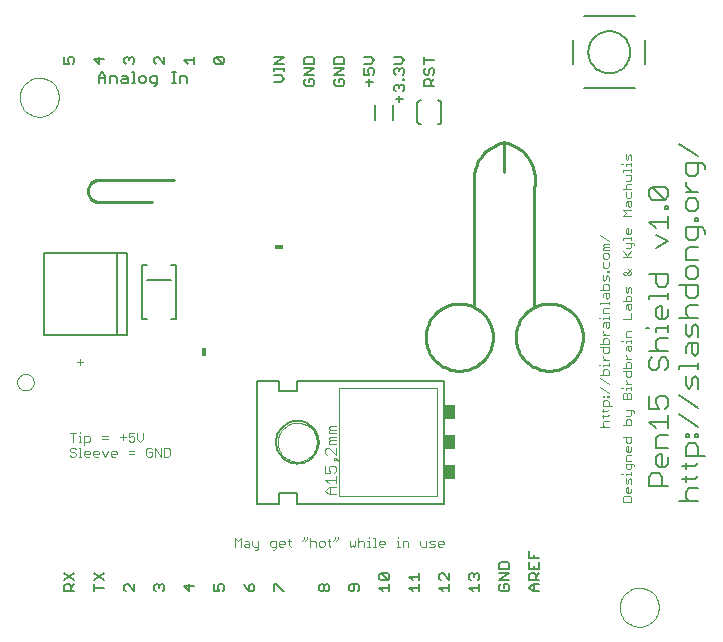
<source format=gto>
G75*
G70*
%OFA0B0*%
%FSLAX24Y24*%
%IPPOS*%
%LPD*%
%AMOC8*
5,1,8,0,0,1.08239X$1,22.5*
%
%ADD10C,0.0100*%
%ADD11C,0.0060*%
%ADD12C,0.0030*%
%ADD13C,0.0000*%
%ADD14C,0.0080*%
%ADD15C,0.0020*%
%ADD16C,0.0040*%
%ADD17R,0.0350X0.0500*%
%ADD18R,0.0180X0.0300*%
%ADD19R,0.0300X0.0180*%
D10*
X014043Y010504D02*
X014045Y010570D01*
X014051Y010636D01*
X014061Y010702D01*
X014074Y010767D01*
X014092Y010831D01*
X014113Y010893D01*
X014138Y010955D01*
X014166Y011015D01*
X014198Y011073D01*
X014234Y011129D01*
X014272Y011182D01*
X014314Y011234D01*
X014359Y011283D01*
X014406Y011329D01*
X014457Y011372D01*
X014509Y011412D01*
X014564Y011449D01*
X014621Y011483D01*
X014680Y011513D01*
X014741Y011540D01*
X014803Y011563D01*
X014866Y011582D01*
X014931Y011598D01*
X014996Y011610D01*
X015062Y011618D01*
X015128Y011622D01*
X015194Y011622D01*
X015260Y011618D01*
X015326Y011610D01*
X015391Y011598D01*
X015456Y011582D01*
X015519Y011563D01*
X015581Y011540D01*
X015642Y011513D01*
X015701Y011483D01*
X015758Y011449D01*
X015813Y011412D01*
X015865Y011372D01*
X015916Y011329D01*
X015963Y011283D01*
X016008Y011234D01*
X016050Y011182D01*
X016088Y011129D01*
X016124Y011073D01*
X016156Y011015D01*
X016184Y010955D01*
X016209Y010893D01*
X016230Y010831D01*
X016248Y010767D01*
X016261Y010702D01*
X016271Y010636D01*
X016277Y010570D01*
X016279Y010504D01*
X016277Y010438D01*
X016271Y010372D01*
X016261Y010306D01*
X016248Y010241D01*
X016230Y010177D01*
X016209Y010115D01*
X016184Y010053D01*
X016156Y009993D01*
X016124Y009935D01*
X016088Y009879D01*
X016050Y009826D01*
X016008Y009774D01*
X015963Y009725D01*
X015916Y009679D01*
X015865Y009636D01*
X015813Y009596D01*
X015758Y009559D01*
X015701Y009525D01*
X015642Y009495D01*
X015581Y009468D01*
X015519Y009445D01*
X015456Y009426D01*
X015391Y009410D01*
X015326Y009398D01*
X015260Y009390D01*
X015194Y009386D01*
X015128Y009386D01*
X015062Y009390D01*
X014996Y009398D01*
X014931Y009410D01*
X014866Y009426D01*
X014803Y009445D01*
X014741Y009468D01*
X014680Y009495D01*
X014621Y009525D01*
X014564Y009559D01*
X014509Y009596D01*
X014457Y009636D01*
X014406Y009679D01*
X014359Y009725D01*
X014314Y009774D01*
X014272Y009826D01*
X014234Y009879D01*
X014198Y009935D01*
X014166Y009993D01*
X014138Y010053D01*
X014113Y010115D01*
X014092Y010177D01*
X014074Y010241D01*
X014061Y010306D01*
X014051Y010372D01*
X014045Y010438D01*
X014043Y010504D01*
X015661Y011504D02*
X015661Y015504D01*
X016661Y017004D02*
X016728Y016989D01*
X016795Y016970D01*
X016860Y016947D01*
X016924Y016921D01*
X016986Y016892D01*
X017047Y016859D01*
X017106Y016823D01*
X017163Y016784D01*
X017218Y016741D01*
X017270Y016696D01*
X017320Y016648D01*
X017367Y016598D01*
X017411Y016545D01*
X017452Y016490D01*
X017491Y016432D01*
X017526Y016373D01*
X017558Y016312D01*
X017586Y016249D01*
X017611Y016184D01*
X017633Y016119D01*
X017651Y016052D01*
X017665Y015985D01*
X017676Y015916D01*
X017683Y015848D01*
X017686Y015779D01*
X017685Y015710D01*
X017681Y015641D01*
X017673Y015572D01*
X017661Y015504D01*
X017661Y011504D01*
X017043Y010504D02*
X017045Y010570D01*
X017051Y010636D01*
X017061Y010702D01*
X017074Y010767D01*
X017092Y010831D01*
X017113Y010893D01*
X017138Y010955D01*
X017166Y011015D01*
X017198Y011073D01*
X017234Y011129D01*
X017272Y011182D01*
X017314Y011234D01*
X017359Y011283D01*
X017406Y011329D01*
X017457Y011372D01*
X017509Y011412D01*
X017564Y011449D01*
X017621Y011483D01*
X017680Y011513D01*
X017741Y011540D01*
X017803Y011563D01*
X017866Y011582D01*
X017931Y011598D01*
X017996Y011610D01*
X018062Y011618D01*
X018128Y011622D01*
X018194Y011622D01*
X018260Y011618D01*
X018326Y011610D01*
X018391Y011598D01*
X018456Y011582D01*
X018519Y011563D01*
X018581Y011540D01*
X018642Y011513D01*
X018701Y011483D01*
X018758Y011449D01*
X018813Y011412D01*
X018865Y011372D01*
X018916Y011329D01*
X018963Y011283D01*
X019008Y011234D01*
X019050Y011182D01*
X019088Y011129D01*
X019124Y011073D01*
X019156Y011015D01*
X019184Y010955D01*
X019209Y010893D01*
X019230Y010831D01*
X019248Y010767D01*
X019261Y010702D01*
X019271Y010636D01*
X019277Y010570D01*
X019279Y010504D01*
X019277Y010438D01*
X019271Y010372D01*
X019261Y010306D01*
X019248Y010241D01*
X019230Y010177D01*
X019209Y010115D01*
X019184Y010053D01*
X019156Y009993D01*
X019124Y009935D01*
X019088Y009879D01*
X019050Y009826D01*
X019008Y009774D01*
X018963Y009725D01*
X018916Y009679D01*
X018865Y009636D01*
X018813Y009596D01*
X018758Y009559D01*
X018701Y009525D01*
X018642Y009495D01*
X018581Y009468D01*
X018519Y009445D01*
X018456Y009426D01*
X018391Y009410D01*
X018326Y009398D01*
X018260Y009390D01*
X018194Y009386D01*
X018128Y009386D01*
X018062Y009390D01*
X017996Y009398D01*
X017931Y009410D01*
X017866Y009426D01*
X017803Y009445D01*
X017741Y009468D01*
X017680Y009495D01*
X017621Y009525D01*
X017564Y009559D01*
X017509Y009596D01*
X017457Y009636D01*
X017406Y009679D01*
X017359Y009725D01*
X017314Y009774D01*
X017272Y009826D01*
X017234Y009879D01*
X017198Y009935D01*
X017166Y009993D01*
X017138Y010053D01*
X017113Y010115D01*
X017092Y010177D01*
X017074Y010241D01*
X017061Y010306D01*
X017051Y010372D01*
X017045Y010438D01*
X017043Y010504D01*
X015661Y015504D02*
X015649Y015572D01*
X015641Y015641D01*
X015637Y015710D01*
X015636Y015779D01*
X015639Y015848D01*
X015646Y015916D01*
X015657Y015985D01*
X015671Y016052D01*
X015689Y016119D01*
X015711Y016184D01*
X015736Y016249D01*
X015764Y016312D01*
X015796Y016373D01*
X015831Y016432D01*
X015870Y016490D01*
X015911Y016545D01*
X015955Y016598D01*
X016002Y016648D01*
X016052Y016696D01*
X016104Y016741D01*
X016159Y016784D01*
X016216Y016823D01*
X016275Y016859D01*
X016336Y016892D01*
X016398Y016921D01*
X016462Y016947D01*
X016527Y016970D01*
X016594Y016989D01*
X016661Y017004D01*
X016661Y016004D01*
X005661Y015754D02*
X003161Y015754D01*
X003123Y015752D01*
X003086Y015746D01*
X003049Y015737D01*
X003013Y015724D01*
X002979Y015707D01*
X002947Y015687D01*
X002917Y015664D01*
X002889Y015637D01*
X002864Y015609D01*
X002843Y015577D01*
X002824Y015544D01*
X002809Y015509D01*
X002798Y015473D01*
X002790Y015436D01*
X002786Y015398D01*
X002786Y015360D01*
X002790Y015322D01*
X002798Y015285D01*
X002809Y015249D01*
X002824Y015214D01*
X002843Y015181D01*
X002864Y015149D01*
X002889Y015121D01*
X002917Y015094D01*
X002947Y015071D01*
X002979Y015051D01*
X003013Y015034D01*
X003049Y015021D01*
X003086Y015012D01*
X003123Y015006D01*
X003161Y015004D01*
X004911Y015004D01*
D11*
X001991Y002204D02*
X001991Y002034D01*
X002331Y002034D01*
X002218Y002034D02*
X002218Y002204D01*
X002161Y002261D01*
X002048Y002261D01*
X001991Y002204D01*
X001991Y002402D02*
X002331Y002629D01*
X002331Y002402D02*
X001991Y002629D01*
X002331Y002261D02*
X002218Y002147D01*
X002991Y002147D02*
X003331Y002147D01*
X003331Y002402D02*
X002991Y002629D01*
X002991Y002402D02*
X003331Y002629D01*
X002991Y002261D02*
X002991Y002034D01*
X003991Y002091D02*
X004048Y002034D01*
X003991Y002091D02*
X003991Y002204D01*
X004048Y002261D01*
X004104Y002261D01*
X004331Y002034D01*
X004331Y002261D01*
X004991Y002204D02*
X004991Y002091D01*
X005048Y002034D01*
X005161Y002147D02*
X005161Y002204D01*
X005218Y002261D01*
X005275Y002261D01*
X005331Y002204D01*
X005331Y002091D01*
X005275Y002034D01*
X005161Y002204D02*
X005104Y002261D01*
X005048Y002261D01*
X004991Y002204D01*
X005991Y002204D02*
X006161Y002034D01*
X006161Y002261D01*
X006331Y002204D02*
X005991Y002204D01*
X006991Y002261D02*
X006991Y002034D01*
X007161Y002034D01*
X007104Y002147D01*
X007104Y002204D01*
X007161Y002261D01*
X007275Y002261D01*
X007331Y002204D01*
X007331Y002091D01*
X007275Y002034D01*
X007991Y002261D02*
X008048Y002147D01*
X008161Y002034D01*
X008161Y002204D01*
X008218Y002261D01*
X008275Y002261D01*
X008331Y002204D01*
X008331Y002091D01*
X008275Y002034D01*
X008161Y002034D01*
X008991Y002034D02*
X008991Y002261D01*
X009048Y002261D01*
X009275Y002034D01*
X009331Y002034D01*
X010491Y002091D02*
X010491Y002204D01*
X010548Y002261D01*
X010604Y002261D01*
X010661Y002204D01*
X010661Y002091D01*
X010604Y002034D01*
X010548Y002034D01*
X010491Y002091D01*
X010661Y002091D02*
X010718Y002034D01*
X010775Y002034D01*
X010831Y002091D01*
X010831Y002204D01*
X010775Y002261D01*
X010718Y002261D01*
X010661Y002204D01*
X011491Y002204D02*
X011491Y002091D01*
X011548Y002034D01*
X011604Y002034D01*
X011661Y002091D01*
X011661Y002261D01*
X011548Y002261D02*
X011491Y002204D01*
X011548Y002261D02*
X011775Y002261D01*
X011831Y002204D01*
X011831Y002091D01*
X011775Y002034D01*
X012491Y002147D02*
X012831Y002147D01*
X012831Y002034D02*
X012831Y002261D01*
X012775Y002402D02*
X012548Y002402D01*
X012491Y002459D01*
X012491Y002572D01*
X012548Y002629D01*
X012775Y002402D01*
X012831Y002459D01*
X012831Y002572D01*
X012775Y002629D01*
X012548Y002629D01*
X012491Y002147D02*
X012604Y002034D01*
X013491Y002147D02*
X013831Y002147D01*
X013831Y002034D02*
X013831Y002261D01*
X013831Y002402D02*
X013831Y002629D01*
X013831Y002516D02*
X013491Y002516D01*
X013604Y002402D01*
X013491Y002147D02*
X013604Y002034D01*
X014491Y002147D02*
X014831Y002147D01*
X014831Y002034D02*
X014831Y002261D01*
X014831Y002402D02*
X014604Y002629D01*
X014548Y002629D01*
X014491Y002572D01*
X014491Y002459D01*
X014548Y002402D01*
X014831Y002402D02*
X014831Y002629D01*
X015491Y002572D02*
X015548Y002629D01*
X015604Y002629D01*
X015661Y002572D01*
X015718Y002629D01*
X015775Y002629D01*
X015831Y002572D01*
X015831Y002459D01*
X015775Y002402D01*
X015831Y002261D02*
X015831Y002034D01*
X015831Y002147D02*
X015491Y002147D01*
X015604Y002034D01*
X015548Y002402D02*
X015491Y002459D01*
X015491Y002572D01*
X015661Y002572D02*
X015661Y002516D01*
X016491Y002629D02*
X016831Y002629D01*
X016491Y002402D01*
X016831Y002402D01*
X016775Y002261D02*
X016661Y002261D01*
X016661Y002147D01*
X016548Y002034D02*
X016775Y002034D01*
X016831Y002091D01*
X016831Y002204D01*
X016775Y002261D01*
X016548Y002261D02*
X016491Y002204D01*
X016491Y002091D01*
X016548Y002034D01*
X016491Y002771D02*
X016491Y002941D01*
X016548Y002997D01*
X016775Y002997D01*
X016831Y002941D01*
X016831Y002771D01*
X016491Y002771D01*
X017491Y002771D02*
X017831Y002771D01*
X017831Y002997D01*
X017831Y003139D02*
X017491Y003139D01*
X017491Y003366D01*
X017661Y003252D02*
X017661Y003139D01*
X017491Y002997D02*
X017491Y002771D01*
X017548Y002629D02*
X017661Y002629D01*
X017718Y002572D01*
X017718Y002402D01*
X017831Y002402D02*
X017491Y002402D01*
X017491Y002572D01*
X017548Y002629D01*
X017661Y002771D02*
X017661Y002884D01*
X017831Y002629D02*
X017718Y002516D01*
X017661Y002261D02*
X017661Y002034D01*
X017604Y002034D02*
X017831Y002034D01*
X017604Y002034D02*
X017491Y002147D01*
X017604Y002261D01*
X017831Y002261D01*
X014604Y002034D02*
X014491Y002147D01*
X014661Y004954D02*
X009761Y004954D01*
X009761Y005304D01*
X009161Y005304D01*
X009161Y004954D01*
X008411Y004954D01*
X008411Y009054D01*
X009161Y009054D01*
X009161Y008704D01*
X009761Y008704D01*
X009761Y009054D01*
X014661Y009054D01*
X014661Y004954D01*
X009051Y007004D02*
X009053Y007057D01*
X009059Y007110D01*
X009069Y007162D01*
X009083Y007213D01*
X009100Y007263D01*
X009121Y007312D01*
X009146Y007359D01*
X009174Y007404D01*
X009206Y007447D01*
X009241Y007487D01*
X009278Y007524D01*
X009318Y007559D01*
X009361Y007591D01*
X009406Y007619D01*
X009453Y007644D01*
X009502Y007665D01*
X009552Y007682D01*
X009603Y007696D01*
X009655Y007706D01*
X009708Y007712D01*
X009761Y007714D01*
X009814Y007712D01*
X009867Y007706D01*
X009919Y007696D01*
X009970Y007682D01*
X010020Y007665D01*
X010069Y007644D01*
X010116Y007619D01*
X010161Y007591D01*
X010204Y007559D01*
X010244Y007524D01*
X010281Y007487D01*
X010316Y007447D01*
X010348Y007404D01*
X010376Y007359D01*
X010401Y007312D01*
X010422Y007263D01*
X010439Y007213D01*
X010453Y007162D01*
X010463Y007110D01*
X010469Y007057D01*
X010471Y007004D01*
X010469Y006951D01*
X010463Y006898D01*
X010453Y006846D01*
X010439Y006795D01*
X010422Y006745D01*
X010401Y006696D01*
X010376Y006649D01*
X010348Y006604D01*
X010316Y006561D01*
X010281Y006521D01*
X010244Y006484D01*
X010204Y006449D01*
X010161Y006417D01*
X010116Y006389D01*
X010069Y006364D01*
X010020Y006343D01*
X009970Y006326D01*
X009919Y006312D01*
X009867Y006302D01*
X009814Y006296D01*
X009761Y006294D01*
X009708Y006296D01*
X009655Y006302D01*
X009603Y006312D01*
X009552Y006326D01*
X009502Y006343D01*
X009453Y006364D01*
X009406Y006389D01*
X009361Y006417D01*
X009318Y006449D01*
X009278Y006484D01*
X009241Y006521D01*
X009206Y006561D01*
X009174Y006604D01*
X009146Y006649D01*
X009121Y006696D01*
X009100Y006745D01*
X009083Y006795D01*
X009069Y006846D01*
X009059Y006898D01*
X009053Y006951D01*
X009051Y007004D01*
X021491Y007681D02*
X022131Y007681D01*
X022131Y007468D02*
X022131Y007895D01*
X022025Y008112D02*
X022131Y008219D01*
X022131Y008432D01*
X022025Y008539D01*
X021811Y008539D01*
X021704Y008432D01*
X021704Y008326D01*
X021811Y008112D01*
X021491Y008112D01*
X021491Y008539D01*
X021491Y007681D02*
X021704Y007468D01*
X021811Y007250D02*
X022131Y007250D01*
X021811Y007250D02*
X021704Y007143D01*
X021704Y006823D01*
X022131Y006823D01*
X021918Y006605D02*
X021811Y006605D01*
X021704Y006499D01*
X021704Y006285D01*
X021811Y006178D01*
X022025Y006178D01*
X022131Y006285D01*
X022131Y006499D01*
X021918Y006605D02*
X021918Y006178D01*
X021811Y005961D02*
X021918Y005854D01*
X021918Y005534D01*
X022131Y005534D02*
X021491Y005534D01*
X021491Y005854D01*
X021597Y005961D01*
X021811Y005961D01*
X022597Y005785D02*
X023025Y005785D01*
X023131Y005892D01*
X023025Y006215D02*
X023131Y006322D01*
X023025Y006215D02*
X022597Y006215D01*
X022704Y006108D02*
X022704Y006322D01*
X022704Y006538D02*
X022704Y006858D01*
X022811Y006965D01*
X023025Y006965D01*
X023131Y006858D01*
X023131Y006538D01*
X023345Y006538D02*
X022704Y006538D01*
X022704Y007182D02*
X022811Y007182D01*
X022811Y007289D01*
X022704Y007289D01*
X022704Y007182D01*
X023025Y007182D02*
X023131Y007182D01*
X023131Y007289D01*
X023025Y007289D01*
X023025Y007182D01*
X023131Y007505D02*
X022491Y007932D01*
X022491Y008576D02*
X023131Y008149D01*
X023131Y008794D02*
X023131Y009114D01*
X023025Y009221D01*
X022918Y009114D01*
X022918Y008900D01*
X022811Y008794D01*
X022704Y008900D01*
X022704Y009221D01*
X022491Y009438D02*
X022491Y009545D01*
X023131Y009545D01*
X023131Y009438D02*
X023131Y009652D01*
X023025Y009868D02*
X022918Y009975D01*
X022918Y010295D01*
X022811Y010295D02*
X023131Y010295D01*
X023131Y009975D01*
X023025Y009868D01*
X022704Y009975D02*
X022704Y010188D01*
X022811Y010295D01*
X022811Y010512D02*
X022704Y010619D01*
X022704Y010939D01*
X022918Y010833D02*
X022918Y010619D01*
X022811Y010512D01*
X023131Y010512D02*
X023131Y010833D01*
X023025Y010939D01*
X022918Y010833D01*
X022811Y011157D02*
X022704Y011264D01*
X022704Y011477D01*
X022811Y011584D01*
X023131Y011584D01*
X023025Y011801D02*
X022811Y011801D01*
X022704Y011908D01*
X022704Y012228D01*
X022491Y012228D02*
X023131Y012228D01*
X023131Y011908D01*
X023025Y011801D01*
X023025Y012446D02*
X023131Y012553D01*
X023131Y012766D01*
X023025Y012873D01*
X022811Y012873D01*
X022704Y012766D01*
X022704Y012553D01*
X022811Y012446D01*
X023025Y012446D01*
X023131Y013091D02*
X022704Y013091D01*
X022704Y013411D01*
X022811Y013518D01*
X023131Y013518D01*
X023025Y013735D02*
X023131Y013842D01*
X023131Y014162D01*
X023238Y014162D02*
X022704Y014162D01*
X022704Y013842D01*
X022811Y013735D01*
X023025Y013735D01*
X023345Y013949D02*
X023345Y014055D01*
X023238Y014162D01*
X023131Y014380D02*
X023025Y014380D01*
X023025Y014486D01*
X023131Y014486D01*
X023131Y014380D01*
X023025Y014702D02*
X023131Y014809D01*
X023131Y015022D01*
X023025Y015129D01*
X022811Y015129D01*
X022704Y015022D01*
X022704Y014809D01*
X022811Y014702D01*
X023025Y014702D01*
X023131Y015346D02*
X022704Y015346D01*
X022918Y015346D02*
X022704Y015560D01*
X022704Y015667D01*
X022811Y015883D02*
X022704Y015990D01*
X022704Y016310D01*
X023238Y016310D01*
X023345Y016204D01*
X023345Y016097D01*
X023131Y015990D02*
X023131Y016310D01*
X023131Y016528D02*
X022491Y016955D01*
X022811Y015883D02*
X023025Y015883D01*
X023131Y015990D01*
X022131Y015415D02*
X022131Y015201D01*
X022025Y015094D01*
X021597Y015521D01*
X022025Y015521D01*
X022131Y015415D01*
X021597Y015521D02*
X021491Y015415D01*
X021491Y015201D01*
X021597Y015094D01*
X022025Y015094D01*
X022025Y014879D02*
X022131Y014879D01*
X022131Y014772D01*
X022025Y014772D01*
X022025Y014879D01*
X022131Y014555D02*
X022131Y014128D01*
X022131Y014341D02*
X021491Y014341D01*
X021704Y014128D01*
X021704Y013910D02*
X022131Y013697D01*
X021704Y013483D01*
X021704Y012621D02*
X021704Y012301D01*
X021811Y012194D01*
X022025Y012194D01*
X022131Y012301D01*
X022131Y012621D01*
X021491Y012621D01*
X022131Y011978D02*
X022131Y011764D01*
X022131Y011871D02*
X021491Y011871D01*
X021491Y011764D01*
X021811Y011547D02*
X021918Y011547D01*
X021918Y011120D01*
X022025Y011120D02*
X021811Y011120D01*
X021704Y011227D01*
X021704Y011440D01*
X021811Y011547D01*
X022131Y011440D02*
X022131Y011227D01*
X022025Y011120D01*
X022131Y010904D02*
X022131Y010690D01*
X022131Y010797D02*
X021704Y010797D01*
X021704Y010690D01*
X021491Y010797D02*
X021384Y010797D01*
X021811Y010473D02*
X022131Y010473D01*
X021811Y010473D02*
X021704Y010366D01*
X021704Y010152D01*
X021811Y010046D01*
X021918Y009828D02*
X022025Y009828D01*
X022131Y009721D01*
X022131Y009508D01*
X022025Y009401D01*
X021811Y009508D02*
X021811Y009721D01*
X021918Y009828D01*
X022131Y010046D02*
X021491Y010046D01*
X021597Y009828D02*
X021491Y009721D01*
X021491Y009508D01*
X021597Y009401D01*
X021704Y009401D01*
X021811Y009508D01*
X022491Y011157D02*
X023131Y011157D01*
X022704Y005892D02*
X022704Y005678D01*
X022811Y005461D02*
X023131Y005461D01*
X022811Y005461D02*
X022704Y005354D01*
X022704Y005141D01*
X022811Y005034D01*
X022491Y005034D02*
X023131Y005034D01*
X013161Y018332D02*
X013161Y018558D01*
X013048Y018445D02*
X013275Y018445D01*
X013275Y018700D02*
X013331Y018757D01*
X013331Y018870D01*
X013275Y018927D01*
X013218Y018927D01*
X013161Y018870D01*
X013161Y018813D01*
X013161Y018870D02*
X013104Y018927D01*
X013048Y018927D01*
X012991Y018870D01*
X012991Y018757D01*
X013048Y018700D01*
X013275Y019068D02*
X013275Y019125D01*
X013331Y019125D01*
X013331Y019068D01*
X013275Y019068D01*
X013275Y019252D02*
X013331Y019309D01*
X013331Y019422D01*
X013275Y019479D01*
X013218Y019479D01*
X013161Y019422D01*
X013161Y019366D01*
X013161Y019422D02*
X013104Y019479D01*
X013048Y019479D01*
X012991Y019422D01*
X012991Y019309D01*
X013048Y019252D01*
X012991Y019621D02*
X013218Y019621D01*
X013331Y019734D01*
X013218Y019847D01*
X012991Y019847D01*
X012331Y019734D02*
X012218Y019847D01*
X011991Y019847D01*
X011991Y019621D02*
X012218Y019621D01*
X012331Y019734D01*
X012275Y019479D02*
X012161Y019479D01*
X012104Y019422D01*
X012104Y019366D01*
X012161Y019252D01*
X011991Y019252D01*
X011991Y019479D01*
X012275Y019479D02*
X012331Y019422D01*
X012331Y019309D01*
X012275Y019252D01*
X012161Y019111D02*
X012161Y018884D01*
X012048Y018997D02*
X012275Y018997D01*
X011331Y018941D02*
X011331Y019054D01*
X011275Y019111D01*
X011161Y019111D01*
X011161Y018997D01*
X011048Y018884D02*
X011275Y018884D01*
X011331Y018941D01*
X011048Y018884D02*
X010991Y018941D01*
X010991Y019054D01*
X011048Y019111D01*
X010991Y019252D02*
X011331Y019479D01*
X010991Y019479D01*
X010991Y019621D02*
X010991Y019791D01*
X011048Y019847D01*
X011275Y019847D01*
X011331Y019791D01*
X011331Y019621D01*
X010991Y019621D01*
X010991Y019252D02*
X011331Y019252D01*
X010331Y019252D02*
X009991Y019252D01*
X010331Y019479D01*
X009991Y019479D01*
X009991Y019621D02*
X009991Y019791D01*
X010048Y019847D01*
X010275Y019847D01*
X010331Y019791D01*
X010331Y019621D01*
X009991Y019621D01*
X010048Y019111D02*
X009991Y019054D01*
X009991Y018941D01*
X010048Y018884D01*
X010275Y018884D01*
X010331Y018941D01*
X010331Y019054D01*
X010275Y019111D01*
X010161Y019111D01*
X010161Y018997D01*
X009331Y019120D02*
X009218Y019234D01*
X008991Y019234D01*
X008991Y019375D02*
X008991Y019489D01*
X008991Y019432D02*
X009331Y019432D01*
X009331Y019375D02*
X009331Y019489D01*
X009331Y019621D02*
X008991Y019621D01*
X009331Y019847D01*
X008991Y019847D01*
X009331Y019120D02*
X009218Y019007D01*
X008991Y019007D01*
X007331Y019677D02*
X007275Y019621D01*
X007048Y019847D01*
X007275Y019847D01*
X007331Y019791D01*
X007331Y019677D01*
X007275Y019621D02*
X007048Y019621D01*
X006991Y019677D01*
X006991Y019791D01*
X007048Y019847D01*
X006331Y019847D02*
X006331Y019621D01*
X006331Y019734D02*
X005991Y019734D01*
X006104Y019621D01*
X005710Y019329D02*
X005597Y019329D01*
X005653Y019329D02*
X005653Y018989D01*
X005597Y018989D02*
X005710Y018989D01*
X005842Y018989D02*
X005842Y019216D01*
X006012Y019216D01*
X006069Y019159D01*
X006069Y018989D01*
X005331Y019621D02*
X005104Y019847D01*
X005048Y019847D01*
X004991Y019791D01*
X004991Y019677D01*
X005048Y019621D01*
X005331Y019621D02*
X005331Y019847D01*
X005087Y019216D02*
X004917Y019216D01*
X004860Y019159D01*
X004860Y019046D01*
X004917Y018989D01*
X005087Y018989D01*
X005087Y018932D02*
X005087Y019216D01*
X005087Y018932D02*
X005030Y018876D01*
X004973Y018876D01*
X004719Y019046D02*
X004719Y019159D01*
X004662Y019216D01*
X004548Y019216D01*
X004492Y019159D01*
X004492Y019046D01*
X004548Y018989D01*
X004662Y018989D01*
X004719Y019046D01*
X004360Y018989D02*
X004246Y018989D01*
X004303Y018989D02*
X004303Y019329D01*
X004246Y019329D01*
X004105Y019159D02*
X004105Y018989D01*
X003935Y018989D01*
X003878Y019046D01*
X003935Y019102D01*
X004105Y019102D01*
X004105Y019159D02*
X004048Y019216D01*
X003935Y019216D01*
X003736Y019159D02*
X003736Y018989D01*
X003736Y019159D02*
X003680Y019216D01*
X003510Y019216D01*
X003510Y018989D01*
X003368Y018989D02*
X003368Y019216D01*
X003255Y019329D01*
X003141Y019216D01*
X003141Y018989D01*
X003141Y019159D02*
X003368Y019159D01*
X003161Y019621D02*
X003161Y019847D01*
X002991Y019791D02*
X003161Y019621D01*
X003331Y019791D02*
X002991Y019791D01*
X002331Y019791D02*
X002331Y019677D01*
X002275Y019621D01*
X002161Y019621D02*
X002104Y019734D01*
X002104Y019791D01*
X002161Y019847D01*
X002275Y019847D01*
X002331Y019791D01*
X002161Y019621D02*
X001991Y019621D01*
X001991Y019847D01*
X003991Y019791D02*
X003991Y019677D01*
X004048Y019621D01*
X004161Y019734D02*
X004161Y019791D01*
X004218Y019847D01*
X004275Y019847D01*
X004331Y019791D01*
X004331Y019677D01*
X004275Y019621D01*
X004161Y019791D02*
X004104Y019847D01*
X004048Y019847D01*
X003991Y019791D01*
X013991Y019847D02*
X013991Y019621D01*
X013991Y019734D02*
X014331Y019734D01*
X014275Y019479D02*
X014331Y019422D01*
X014331Y019309D01*
X014275Y019252D01*
X014161Y019309D02*
X014104Y019252D01*
X014048Y019252D01*
X013991Y019309D01*
X013991Y019422D01*
X014048Y019479D01*
X014161Y019422D02*
X014218Y019479D01*
X014275Y019479D01*
X014161Y019422D02*
X014161Y019309D01*
X014161Y019111D02*
X014048Y019111D01*
X013991Y019054D01*
X013991Y018884D01*
X014331Y018884D01*
X014218Y018884D02*
X014218Y019054D01*
X014161Y019111D01*
X014218Y018997D02*
X014331Y019111D01*
D12*
X020558Y016264D02*
X020606Y016264D01*
X020703Y016264D02*
X020703Y016215D01*
X020703Y016264D02*
X020896Y016264D01*
X020896Y016312D02*
X020896Y016215D01*
X020896Y016116D02*
X020896Y016019D01*
X020896Y016067D02*
X020606Y016067D01*
X020606Y016019D01*
X020703Y015918D02*
X020896Y015918D01*
X020896Y015773D01*
X020848Y015724D01*
X020703Y015724D01*
X020751Y015623D02*
X020896Y015623D01*
X020751Y015623D02*
X020703Y015575D01*
X020703Y015478D01*
X020751Y015430D01*
X020703Y015328D02*
X020703Y015183D01*
X020751Y015135D01*
X020848Y015135D01*
X020896Y015183D01*
X020896Y015328D01*
X020896Y015430D02*
X020606Y015430D01*
X020751Y015034D02*
X020896Y015034D01*
X020896Y014889D01*
X020848Y014840D01*
X020800Y014889D01*
X020800Y015034D01*
X020751Y015034D02*
X020703Y014985D01*
X020703Y014889D01*
X020606Y014739D02*
X020896Y014739D01*
X020896Y014546D02*
X020606Y014546D01*
X020703Y014642D01*
X020606Y014739D01*
X020751Y014150D02*
X020800Y014150D01*
X020800Y013956D01*
X020848Y013956D02*
X020751Y013956D01*
X020703Y014005D01*
X020703Y014102D01*
X020751Y014150D01*
X020896Y014102D02*
X020896Y014005D01*
X020848Y013956D01*
X020896Y013857D02*
X020896Y013760D01*
X020896Y013808D02*
X020606Y013808D01*
X020606Y013760D01*
X020703Y013659D02*
X020945Y013659D01*
X020993Y013610D01*
X020993Y013562D01*
X020896Y013514D02*
X020896Y013659D01*
X020896Y013514D02*
X020848Y013465D01*
X020703Y013465D01*
X020606Y013364D02*
X020800Y013171D01*
X020751Y013219D02*
X020896Y013364D01*
X020896Y013171D02*
X020606Y013171D01*
X020146Y013165D02*
X020146Y013262D01*
X020098Y013311D01*
X020001Y013311D01*
X019953Y013262D01*
X019953Y013165D01*
X020001Y013117D01*
X020098Y013117D01*
X020146Y013165D01*
X020146Y013016D02*
X020146Y012871D01*
X020098Y012822D01*
X020001Y012822D01*
X019953Y012871D01*
X019953Y013016D01*
X019953Y013412D02*
X019953Y013460D01*
X020001Y013508D01*
X019953Y013557D01*
X020001Y013605D01*
X020146Y013605D01*
X020146Y013508D02*
X020001Y013508D01*
X019953Y013412D02*
X020146Y013412D01*
X020146Y013706D02*
X019856Y013900D01*
X020098Y012723D02*
X020146Y012723D01*
X020146Y012675D01*
X020098Y012675D01*
X020098Y012723D01*
X020098Y012574D02*
X020050Y012526D01*
X020050Y012429D01*
X020001Y012380D01*
X019953Y012429D01*
X019953Y012574D01*
X020098Y012574D02*
X020146Y012526D01*
X020146Y012380D01*
X020098Y012279D02*
X020001Y012279D01*
X019953Y012231D01*
X019953Y012086D01*
X019856Y012086D02*
X020146Y012086D01*
X020146Y012231D01*
X020098Y012279D01*
X020146Y011985D02*
X020001Y011985D01*
X019953Y011936D01*
X019953Y011840D01*
X020050Y011840D02*
X020050Y011985D01*
X020146Y011985D02*
X020146Y011840D01*
X020098Y011791D01*
X020050Y011840D01*
X020146Y011691D02*
X020146Y011595D01*
X020146Y011643D02*
X019856Y011643D01*
X019856Y011595D01*
X020001Y011494D02*
X020146Y011494D01*
X020001Y011494D02*
X019953Y011445D01*
X019953Y011300D01*
X020146Y011300D01*
X020146Y011200D02*
X020146Y011104D01*
X020146Y011152D02*
X019953Y011152D01*
X019953Y011104D01*
X019856Y011152D02*
X019808Y011152D01*
X020001Y011003D02*
X020146Y011003D01*
X020146Y010857D01*
X020098Y010809D01*
X020050Y010857D01*
X020050Y011003D01*
X020001Y011003D02*
X019953Y010954D01*
X019953Y010857D01*
X019953Y010709D02*
X019953Y010660D01*
X020050Y010564D01*
X020146Y010564D02*
X019953Y010564D01*
X020001Y010462D02*
X019953Y010414D01*
X019953Y010269D01*
X019856Y010269D02*
X020146Y010269D01*
X020146Y010414D01*
X020098Y010462D01*
X020001Y010462D01*
X019953Y010168D02*
X019953Y010023D01*
X020001Y009974D01*
X020098Y009974D01*
X020146Y010023D01*
X020146Y010168D01*
X019856Y010168D01*
X019953Y009874D02*
X019953Y009825D01*
X020050Y009729D01*
X020146Y009729D02*
X019953Y009729D01*
X019953Y009581D02*
X020146Y009581D01*
X020146Y009629D02*
X020146Y009532D01*
X020098Y009431D02*
X020001Y009431D01*
X019953Y009383D01*
X019953Y009238D01*
X019856Y009238D02*
X020146Y009238D01*
X020146Y009383D01*
X020098Y009431D01*
X019953Y009532D02*
X019953Y009581D01*
X019856Y009581D02*
X019808Y009581D01*
X019856Y009136D02*
X020146Y008943D01*
X020146Y008648D02*
X019856Y008842D01*
X019953Y008549D02*
X020001Y008549D01*
X020001Y008501D01*
X019953Y008501D01*
X019953Y008549D01*
X020098Y008549D02*
X020146Y008549D01*
X020146Y008501D01*
X020098Y008501D01*
X020098Y008549D01*
X020098Y008400D02*
X020001Y008400D01*
X019953Y008352D01*
X019953Y008206D01*
X020243Y008206D01*
X020146Y008206D02*
X020146Y008352D01*
X020098Y008400D01*
X020146Y008107D02*
X020098Y008058D01*
X019904Y008058D01*
X019953Y008010D02*
X019953Y008107D01*
X019953Y007910D02*
X019953Y007814D01*
X019904Y007862D02*
X020098Y007862D01*
X020146Y007910D01*
X020146Y007712D02*
X020001Y007712D01*
X019953Y007664D01*
X019953Y007567D01*
X020001Y007519D01*
X019856Y007519D02*
X020146Y007519D01*
X020606Y007573D02*
X020896Y007573D01*
X020896Y007718D01*
X020848Y007766D01*
X020751Y007766D01*
X020703Y007718D01*
X020703Y007573D01*
X020703Y007177D02*
X020703Y007032D01*
X020751Y006983D01*
X020848Y006983D01*
X020896Y007032D01*
X020896Y007177D01*
X020606Y007177D01*
X020751Y006882D02*
X020800Y006882D01*
X020800Y006689D01*
X020848Y006689D02*
X020751Y006689D01*
X020703Y006737D01*
X020703Y006834D01*
X020751Y006882D01*
X020896Y006834D02*
X020896Y006737D01*
X020848Y006689D01*
X020896Y006587D02*
X020751Y006587D01*
X020703Y006539D01*
X020703Y006394D01*
X020896Y006394D01*
X020896Y006293D02*
X020896Y006148D01*
X020848Y006099D01*
X020751Y006099D01*
X020703Y006148D01*
X020703Y006293D01*
X020945Y006293D01*
X020993Y006244D01*
X020993Y006196D01*
X020896Y006000D02*
X020896Y005903D01*
X020896Y005951D02*
X020703Y005951D01*
X020703Y005903D01*
X020703Y005802D02*
X020703Y005657D01*
X020751Y005608D01*
X020800Y005657D01*
X020800Y005753D01*
X020848Y005802D01*
X020896Y005753D01*
X020896Y005608D01*
X020800Y005507D02*
X020800Y005314D01*
X020848Y005314D02*
X020751Y005314D01*
X020703Y005362D01*
X020703Y005459D01*
X020751Y005507D01*
X020800Y005507D01*
X020896Y005459D02*
X020896Y005362D01*
X020848Y005314D01*
X020848Y005212D02*
X020654Y005212D01*
X020606Y005164D01*
X020606Y005019D01*
X020896Y005019D01*
X020896Y005164D01*
X020848Y005212D01*
X020606Y005951D02*
X020558Y005951D01*
X020703Y007867D02*
X020848Y007867D01*
X020896Y007916D01*
X020896Y008061D01*
X020945Y008061D02*
X020993Y008012D01*
X020993Y007964D01*
X020945Y008061D02*
X020703Y008061D01*
X020751Y008456D02*
X020751Y008602D01*
X020800Y008650D01*
X020848Y008650D01*
X020896Y008602D01*
X020896Y008456D01*
X020606Y008456D01*
X020606Y008602D01*
X020654Y008650D01*
X020703Y008650D01*
X020751Y008602D01*
X020703Y008751D02*
X020703Y008799D01*
X020896Y008799D01*
X020896Y008751D02*
X020896Y008848D01*
X020896Y008948D02*
X020703Y008948D01*
X020703Y009044D02*
X020703Y009093D01*
X020703Y009044D02*
X020800Y008948D01*
X020606Y008799D02*
X020558Y008799D01*
X020751Y009193D02*
X020703Y009241D01*
X020703Y009386D01*
X020606Y009386D02*
X020896Y009386D01*
X020896Y009241D01*
X020848Y009193D01*
X020751Y009193D01*
X020703Y009488D02*
X020703Y009633D01*
X020751Y009681D01*
X020848Y009681D01*
X020896Y009633D01*
X020896Y009488D01*
X020606Y009488D01*
X020703Y009782D02*
X020896Y009782D01*
X020800Y009782D02*
X020703Y009879D01*
X020703Y009927D01*
X020703Y010076D02*
X020703Y010173D01*
X020751Y010221D01*
X020896Y010221D01*
X020896Y010076D01*
X020848Y010028D01*
X020800Y010076D01*
X020800Y010221D01*
X020896Y010322D02*
X020896Y010419D01*
X020896Y010371D02*
X020703Y010371D01*
X020703Y010322D01*
X020606Y010371D02*
X020558Y010371D01*
X020703Y010519D02*
X020703Y010664D01*
X020751Y010712D01*
X020896Y010712D01*
X020896Y010519D02*
X020703Y010519D01*
X020606Y011108D02*
X020896Y011108D01*
X020896Y011302D01*
X020848Y011403D02*
X020800Y011451D01*
X020800Y011596D01*
X020751Y011596D02*
X020896Y011596D01*
X020896Y011451D01*
X020848Y011403D01*
X020703Y011451D02*
X020703Y011548D01*
X020751Y011596D01*
X020703Y011697D02*
X020703Y011843D01*
X020751Y011891D01*
X020848Y011891D01*
X020896Y011843D01*
X020896Y011697D01*
X020606Y011697D01*
X020751Y011992D02*
X020703Y012040D01*
X020703Y012186D01*
X020800Y012137D02*
X020800Y012040D01*
X020751Y011992D01*
X020896Y011992D02*
X020896Y012137D01*
X020848Y012186D01*
X020800Y012137D01*
X020800Y012581D02*
X020703Y012678D01*
X020654Y012678D01*
X020606Y012630D01*
X020654Y012581D01*
X020703Y012581D01*
X020896Y012775D01*
X020800Y012775D02*
X020896Y012678D01*
X020896Y012630D01*
X020848Y012581D01*
X020800Y012581D01*
X020751Y016412D02*
X020703Y016460D01*
X020703Y016605D01*
X020800Y016557D02*
X020800Y016460D01*
X020751Y016412D01*
X020896Y016412D02*
X020896Y016557D01*
X020848Y016605D01*
X020800Y016557D01*
X005513Y006761D02*
X005513Y006567D01*
X005464Y006519D01*
X005319Y006519D01*
X005319Y006809D01*
X005464Y006809D01*
X005513Y006761D01*
X005218Y006809D02*
X005218Y006519D01*
X005024Y006809D01*
X005024Y006519D01*
X004923Y006567D02*
X004923Y006664D01*
X004827Y006664D01*
X004923Y006567D02*
X004875Y006519D01*
X004778Y006519D01*
X004730Y006567D01*
X004730Y006761D01*
X004778Y006809D01*
X004875Y006809D01*
X004923Y006761D01*
X004629Y007116D02*
X004629Y007309D01*
X004629Y007116D02*
X004532Y007019D01*
X004435Y007116D01*
X004435Y007309D01*
X004334Y007309D02*
X004141Y007309D01*
X004141Y007164D01*
X004237Y007212D01*
X004286Y007212D01*
X004334Y007164D01*
X004334Y007067D01*
X004286Y007019D01*
X004189Y007019D01*
X004141Y007067D01*
X004039Y007164D02*
X003846Y007164D01*
X003943Y007261D02*
X003943Y007067D01*
X004141Y006712D02*
X004334Y006712D01*
X004334Y006616D02*
X004141Y006616D01*
X003745Y006616D02*
X003551Y006616D01*
X003551Y006664D02*
X003600Y006712D01*
X003696Y006712D01*
X003745Y006664D01*
X003745Y006616D01*
X003696Y006519D02*
X003600Y006519D01*
X003551Y006567D01*
X003551Y006664D01*
X003450Y006712D02*
X003353Y006519D01*
X003257Y006712D01*
X003155Y006664D02*
X003155Y006616D01*
X002962Y006616D01*
X002962Y006664D02*
X003010Y006712D01*
X003107Y006712D01*
X003155Y006664D01*
X003107Y006519D02*
X003010Y006519D01*
X002962Y006567D01*
X002962Y006664D01*
X002861Y006664D02*
X002861Y006616D01*
X002667Y006616D01*
X002667Y006664D02*
X002716Y006712D01*
X002812Y006712D01*
X002861Y006664D01*
X002812Y006519D02*
X002716Y006519D01*
X002667Y006567D01*
X002667Y006664D01*
X002568Y006519D02*
X002471Y006519D01*
X002519Y006519D02*
X002519Y006809D01*
X002471Y006809D01*
X002370Y006761D02*
X002321Y006809D01*
X002225Y006809D01*
X002176Y006761D01*
X002176Y006712D01*
X002225Y006664D01*
X002321Y006664D01*
X002370Y006616D01*
X002370Y006567D01*
X002321Y006519D01*
X002225Y006519D01*
X002176Y006567D01*
X002667Y006922D02*
X002667Y007212D01*
X002812Y007212D01*
X002861Y007164D01*
X002861Y007067D01*
X002812Y007019D01*
X002667Y007019D01*
X002568Y007019D02*
X002471Y007019D01*
X002519Y007019D02*
X002519Y007212D01*
X002471Y007212D01*
X002519Y007309D02*
X002519Y007358D01*
X002370Y007309D02*
X002176Y007309D01*
X002273Y007309D02*
X002273Y007019D01*
X003257Y007116D02*
X003450Y007116D01*
X003450Y007212D02*
X003257Y007212D01*
X002523Y009567D02*
X002523Y009761D01*
X002426Y009664D02*
X002620Y009664D01*
X007676Y003809D02*
X007773Y003712D01*
X007870Y003809D01*
X007870Y003519D01*
X007971Y003567D02*
X008019Y003616D01*
X008164Y003616D01*
X008164Y003664D02*
X008164Y003519D01*
X008019Y003519D01*
X007971Y003567D01*
X008019Y003712D02*
X008116Y003712D01*
X008164Y003664D01*
X008266Y003712D02*
X008266Y003567D01*
X008314Y003519D01*
X008459Y003519D01*
X008459Y003471D02*
X008411Y003422D01*
X008362Y003422D01*
X008459Y003471D02*
X008459Y003712D01*
X008855Y003664D02*
X008855Y003567D01*
X008903Y003519D01*
X009048Y003519D01*
X009048Y003471D02*
X009048Y003712D01*
X008903Y003712D01*
X008855Y003664D01*
X008952Y003422D02*
X009000Y003422D01*
X009048Y003471D01*
X009149Y003567D02*
X009149Y003664D01*
X009198Y003712D01*
X009295Y003712D01*
X009343Y003664D01*
X009343Y003616D01*
X009149Y003616D01*
X009149Y003567D02*
X009198Y003519D01*
X009295Y003519D01*
X009492Y003567D02*
X009541Y003519D01*
X009492Y003567D02*
X009492Y003761D01*
X009444Y003712D02*
X009541Y003712D01*
X009935Y003712D02*
X009984Y003761D01*
X009984Y003858D01*
X010080Y003858D02*
X010080Y003761D01*
X010032Y003712D01*
X010181Y003664D02*
X010229Y003712D01*
X010326Y003712D01*
X010374Y003664D01*
X010374Y003519D01*
X010475Y003567D02*
X010524Y003519D01*
X010620Y003519D01*
X010669Y003567D01*
X010669Y003664D01*
X010620Y003712D01*
X010524Y003712D01*
X010475Y003664D01*
X010475Y003567D01*
X010181Y003519D02*
X010181Y003809D01*
X010770Y003712D02*
X010867Y003712D01*
X010818Y003761D02*
X010818Y003567D01*
X010867Y003519D01*
X010966Y003712D02*
X011015Y003761D01*
X011015Y003858D01*
X011112Y003858D02*
X011112Y003761D01*
X011063Y003712D01*
X011507Y003712D02*
X011507Y003567D01*
X011555Y003519D01*
X011603Y003567D01*
X011652Y003519D01*
X011700Y003567D01*
X011700Y003712D01*
X011801Y003664D02*
X011850Y003712D01*
X011946Y003712D01*
X011995Y003664D01*
X011995Y003519D01*
X012096Y003519D02*
X012193Y003519D01*
X012144Y003519D02*
X012144Y003712D01*
X012096Y003712D01*
X012144Y003809D02*
X012144Y003858D01*
X012292Y003809D02*
X012341Y003809D01*
X012341Y003519D01*
X012389Y003519D02*
X012292Y003519D01*
X012489Y003567D02*
X012489Y003664D01*
X012537Y003712D01*
X012634Y003712D01*
X012682Y003664D01*
X012682Y003616D01*
X012489Y003616D01*
X012489Y003567D02*
X012537Y003519D01*
X012634Y003519D01*
X013078Y003519D02*
X013175Y003519D01*
X013126Y003519D02*
X013126Y003712D01*
X013078Y003712D01*
X013126Y003809D02*
X013126Y003858D01*
X013274Y003712D02*
X013274Y003519D01*
X013274Y003712D02*
X013420Y003712D01*
X013468Y003664D01*
X013468Y003519D01*
X013864Y003567D02*
X013864Y003712D01*
X013864Y003567D02*
X013912Y003519D01*
X014057Y003519D01*
X014057Y003712D01*
X014158Y003664D02*
X014207Y003712D01*
X014352Y003712D01*
X014303Y003616D02*
X014207Y003616D01*
X014158Y003664D01*
X014158Y003519D02*
X014303Y003519D01*
X014352Y003567D01*
X014303Y003616D01*
X014453Y003616D02*
X014646Y003616D01*
X014646Y003664D01*
X014598Y003712D01*
X014501Y003712D01*
X014453Y003664D01*
X014453Y003567D01*
X014501Y003519D01*
X014598Y003519D01*
X011801Y003519D02*
X011801Y003809D01*
X007676Y003809D02*
X007676Y003519D01*
D13*
X009111Y007004D02*
X009113Y007054D01*
X009119Y007104D01*
X009129Y007154D01*
X009142Y007202D01*
X009159Y007250D01*
X009180Y007296D01*
X009204Y007340D01*
X009232Y007382D01*
X009263Y007422D01*
X009297Y007459D01*
X009334Y007494D01*
X009373Y007525D01*
X009414Y007554D01*
X009458Y007579D01*
X009504Y007601D01*
X009551Y007619D01*
X009599Y007633D01*
X009648Y007644D01*
X009698Y007651D01*
X009748Y007654D01*
X009799Y007653D01*
X009849Y007648D01*
X009899Y007639D01*
X009947Y007627D01*
X009995Y007610D01*
X010041Y007590D01*
X010086Y007567D01*
X010129Y007540D01*
X010169Y007510D01*
X010207Y007477D01*
X010242Y007441D01*
X010275Y007402D01*
X010304Y007361D01*
X010330Y007318D01*
X010353Y007273D01*
X010372Y007226D01*
X010387Y007178D01*
X010399Y007129D01*
X010407Y007079D01*
X010411Y007029D01*
X010411Y006979D01*
X010407Y006929D01*
X010399Y006879D01*
X010387Y006830D01*
X010372Y006782D01*
X010353Y006735D01*
X010330Y006690D01*
X010304Y006647D01*
X010275Y006606D01*
X010242Y006567D01*
X010207Y006531D01*
X010169Y006498D01*
X010129Y006468D01*
X010086Y006441D01*
X010041Y006418D01*
X009995Y006398D01*
X009947Y006381D01*
X009899Y006369D01*
X009849Y006360D01*
X009799Y006355D01*
X009748Y006354D01*
X009698Y006357D01*
X009648Y006364D01*
X009599Y006375D01*
X009551Y006389D01*
X009504Y006407D01*
X009458Y006429D01*
X009414Y006454D01*
X009373Y006483D01*
X009334Y006514D01*
X009297Y006549D01*
X009263Y006586D01*
X009232Y006626D01*
X009204Y006668D01*
X009180Y006712D01*
X009159Y006758D01*
X009142Y006806D01*
X009129Y006854D01*
X009119Y006904D01*
X009113Y006954D01*
X009111Y007004D01*
X000426Y009004D02*
X000428Y009037D01*
X000434Y009069D01*
X000443Y009100D01*
X000456Y009130D01*
X000473Y009158D01*
X000493Y009184D01*
X000515Y009207D01*
X000541Y009227D01*
X000568Y009245D01*
X000598Y009259D01*
X000629Y009269D01*
X000660Y009276D01*
X000693Y009279D01*
X000725Y009278D01*
X000758Y009273D01*
X000789Y009265D01*
X000819Y009252D01*
X000848Y009237D01*
X000874Y009218D01*
X000898Y009196D01*
X000920Y009171D01*
X000938Y009144D01*
X000953Y009115D01*
X000964Y009084D01*
X000972Y009053D01*
X000976Y009020D01*
X000976Y008988D01*
X000972Y008955D01*
X000964Y008924D01*
X000953Y008893D01*
X000938Y008864D01*
X000920Y008837D01*
X000898Y008812D01*
X000874Y008790D01*
X000848Y008771D01*
X000819Y008756D01*
X000789Y008743D01*
X000758Y008735D01*
X000725Y008730D01*
X000693Y008729D01*
X000660Y008732D01*
X000629Y008739D01*
X000598Y008749D01*
X000568Y008763D01*
X000541Y008781D01*
X000515Y008801D01*
X000493Y008824D01*
X000473Y008850D01*
X000456Y008878D01*
X000443Y008908D01*
X000434Y008939D01*
X000428Y008971D01*
X000426Y009004D01*
X000511Y018504D02*
X000513Y018554D01*
X000519Y018604D01*
X000529Y018654D01*
X000542Y018702D01*
X000559Y018750D01*
X000580Y018796D01*
X000604Y018840D01*
X000632Y018882D01*
X000663Y018922D01*
X000697Y018959D01*
X000734Y018994D01*
X000773Y019025D01*
X000814Y019054D01*
X000858Y019079D01*
X000904Y019101D01*
X000951Y019119D01*
X000999Y019133D01*
X001048Y019144D01*
X001098Y019151D01*
X001148Y019154D01*
X001199Y019153D01*
X001249Y019148D01*
X001299Y019139D01*
X001347Y019127D01*
X001395Y019110D01*
X001441Y019090D01*
X001486Y019067D01*
X001529Y019040D01*
X001569Y019010D01*
X001607Y018977D01*
X001642Y018941D01*
X001675Y018902D01*
X001704Y018861D01*
X001730Y018818D01*
X001753Y018773D01*
X001772Y018726D01*
X001787Y018678D01*
X001799Y018629D01*
X001807Y018579D01*
X001811Y018529D01*
X001811Y018479D01*
X001807Y018429D01*
X001799Y018379D01*
X001787Y018330D01*
X001772Y018282D01*
X001753Y018235D01*
X001730Y018190D01*
X001704Y018147D01*
X001675Y018106D01*
X001642Y018067D01*
X001607Y018031D01*
X001569Y017998D01*
X001529Y017968D01*
X001486Y017941D01*
X001441Y017918D01*
X001395Y017898D01*
X001347Y017881D01*
X001299Y017869D01*
X001249Y017860D01*
X001199Y017855D01*
X001148Y017854D01*
X001098Y017857D01*
X001048Y017864D01*
X000999Y017875D01*
X000951Y017889D01*
X000904Y017907D01*
X000858Y017929D01*
X000814Y017954D01*
X000773Y017983D01*
X000734Y018014D01*
X000697Y018049D01*
X000663Y018086D01*
X000632Y018126D01*
X000604Y018168D01*
X000580Y018212D01*
X000559Y018258D01*
X000542Y018306D01*
X000529Y018354D01*
X000519Y018404D01*
X000513Y018454D01*
X000511Y018504D01*
X020511Y001504D02*
X020513Y001554D01*
X020519Y001604D01*
X020529Y001654D01*
X020542Y001702D01*
X020559Y001750D01*
X020580Y001796D01*
X020604Y001840D01*
X020632Y001882D01*
X020663Y001922D01*
X020697Y001959D01*
X020734Y001994D01*
X020773Y002025D01*
X020814Y002054D01*
X020858Y002079D01*
X020904Y002101D01*
X020951Y002119D01*
X020999Y002133D01*
X021048Y002144D01*
X021098Y002151D01*
X021148Y002154D01*
X021199Y002153D01*
X021249Y002148D01*
X021299Y002139D01*
X021347Y002127D01*
X021395Y002110D01*
X021441Y002090D01*
X021486Y002067D01*
X021529Y002040D01*
X021569Y002010D01*
X021607Y001977D01*
X021642Y001941D01*
X021675Y001902D01*
X021704Y001861D01*
X021730Y001818D01*
X021753Y001773D01*
X021772Y001726D01*
X021787Y001678D01*
X021799Y001629D01*
X021807Y001579D01*
X021811Y001529D01*
X021811Y001479D01*
X021807Y001429D01*
X021799Y001379D01*
X021787Y001330D01*
X021772Y001282D01*
X021753Y001235D01*
X021730Y001190D01*
X021704Y001147D01*
X021675Y001106D01*
X021642Y001067D01*
X021607Y001031D01*
X021569Y000998D01*
X021529Y000968D01*
X021486Y000941D01*
X021441Y000918D01*
X021395Y000898D01*
X021347Y000881D01*
X021299Y000869D01*
X021249Y000860D01*
X021199Y000855D01*
X021148Y000854D01*
X021098Y000857D01*
X021048Y000864D01*
X020999Y000875D01*
X020951Y000889D01*
X020904Y000907D01*
X020858Y000929D01*
X020814Y000954D01*
X020773Y000983D01*
X020734Y001014D01*
X020697Y001049D01*
X020663Y001086D01*
X020632Y001126D01*
X020604Y001168D01*
X020580Y001212D01*
X020559Y001258D01*
X020542Y001306D01*
X020529Y001354D01*
X020519Y001404D01*
X020513Y001454D01*
X020511Y001504D01*
D14*
X005732Y011098D02*
X005555Y011098D01*
X005732Y011098D02*
X005732Y012909D01*
X005555Y012909D01*
X005555Y012398D02*
X004768Y012398D01*
X004768Y012909D02*
X004590Y012909D01*
X004590Y011098D01*
X004768Y011098D01*
X004079Y010565D02*
X003764Y010565D01*
X003764Y013321D01*
X004079Y013321D01*
X004079Y010565D01*
X003764Y010565D02*
X001323Y010565D01*
X001323Y013321D01*
X003764Y013321D01*
X012361Y017754D02*
X012361Y018254D01*
X012961Y018254D02*
X012961Y017754D01*
X013768Y017689D02*
X013768Y018319D01*
X013774Y018337D01*
X013783Y018355D01*
X013795Y018370D01*
X013811Y018382D01*
X013828Y018391D01*
X013847Y018397D01*
X013866Y018399D01*
X013886Y018397D01*
X014437Y018397D02*
X014455Y018399D01*
X014472Y018398D01*
X014489Y018394D01*
X014505Y018387D01*
X014520Y018377D01*
X014532Y018365D01*
X014542Y018351D01*
X014550Y018335D01*
X014555Y018319D01*
X014555Y017689D01*
X014550Y017673D01*
X014542Y017657D01*
X014532Y017643D01*
X014520Y017631D01*
X014505Y017621D01*
X014489Y017614D01*
X014472Y017610D01*
X014455Y017609D01*
X014437Y017611D01*
X013886Y017611D02*
X013866Y017609D01*
X013847Y017611D01*
X013828Y017617D01*
X013811Y017626D01*
X013795Y017638D01*
X013783Y017653D01*
X013774Y017671D01*
X013768Y017689D01*
X018961Y019611D02*
X018961Y020404D01*
X019311Y021204D02*
X021011Y021204D01*
X021361Y020404D02*
X021361Y019599D01*
X021011Y018804D02*
X019311Y018804D01*
X019461Y020004D02*
X019463Y020056D01*
X019469Y020108D01*
X019479Y020160D01*
X019492Y020210D01*
X019509Y020260D01*
X019530Y020308D01*
X019555Y020354D01*
X019583Y020398D01*
X019614Y020440D01*
X019648Y020480D01*
X019685Y020517D01*
X019725Y020551D01*
X019767Y020582D01*
X019811Y020610D01*
X019857Y020635D01*
X019905Y020656D01*
X019955Y020673D01*
X020005Y020686D01*
X020057Y020696D01*
X020109Y020702D01*
X020161Y020704D01*
X020213Y020702D01*
X020265Y020696D01*
X020317Y020686D01*
X020367Y020673D01*
X020417Y020656D01*
X020465Y020635D01*
X020511Y020610D01*
X020555Y020582D01*
X020597Y020551D01*
X020637Y020517D01*
X020674Y020480D01*
X020708Y020440D01*
X020739Y020398D01*
X020767Y020354D01*
X020792Y020308D01*
X020813Y020260D01*
X020830Y020210D01*
X020843Y020160D01*
X020853Y020108D01*
X020859Y020056D01*
X020861Y020004D01*
X020859Y019952D01*
X020853Y019900D01*
X020843Y019848D01*
X020830Y019798D01*
X020813Y019748D01*
X020792Y019700D01*
X020767Y019654D01*
X020739Y019610D01*
X020708Y019568D01*
X020674Y019528D01*
X020637Y019491D01*
X020597Y019457D01*
X020555Y019426D01*
X020511Y019398D01*
X020465Y019373D01*
X020417Y019352D01*
X020367Y019335D01*
X020317Y019322D01*
X020265Y019312D01*
X020213Y019306D01*
X020161Y019304D01*
X020109Y019306D01*
X020057Y019312D01*
X020005Y019322D01*
X019955Y019335D01*
X019905Y019352D01*
X019857Y019373D01*
X019811Y019398D01*
X019767Y019426D01*
X019725Y019457D01*
X019685Y019491D01*
X019648Y019528D01*
X019614Y019568D01*
X019583Y019610D01*
X019555Y019654D01*
X019530Y019700D01*
X019509Y019748D01*
X019492Y019798D01*
X019479Y019848D01*
X019469Y019900D01*
X019463Y019952D01*
X019461Y020004D01*
D15*
X014411Y008804D02*
X011161Y008804D01*
X011161Y005204D01*
X014411Y005204D01*
X014411Y008804D01*
D16*
X011158Y006351D02*
X011041Y006468D01*
X011041Y006410D01*
X010983Y006410D01*
X010983Y006468D01*
X011041Y006468D01*
X011041Y006591D02*
X010808Y006824D01*
X010749Y006824D01*
X010691Y006766D01*
X010691Y006649D01*
X010749Y006591D01*
X011041Y006591D02*
X011041Y006824D01*
X011041Y006950D02*
X010808Y006950D01*
X010808Y007008D01*
X010866Y007066D01*
X010808Y007125D01*
X010866Y007183D01*
X011041Y007183D01*
X011041Y007066D02*
X010866Y007066D01*
X010808Y007309D02*
X010808Y007367D01*
X010866Y007426D01*
X010808Y007484D01*
X010866Y007542D01*
X011041Y007542D01*
X011041Y007426D02*
X010866Y007426D01*
X010808Y007309D02*
X011041Y007309D01*
X010983Y006226D02*
X011041Y006167D01*
X011041Y006050D01*
X010983Y005992D01*
X010866Y005992D02*
X010808Y006109D01*
X010808Y006167D01*
X010866Y006226D01*
X010983Y006226D01*
X010866Y005992D02*
X010691Y005992D01*
X010691Y006226D01*
X011041Y005867D02*
X011041Y005633D01*
X011041Y005750D02*
X010691Y005750D01*
X010808Y005633D01*
X010808Y005507D02*
X011041Y005507D01*
X010866Y005507D02*
X010866Y005274D01*
X010808Y005274D02*
X010691Y005391D01*
X010808Y005507D01*
X010808Y005274D02*
X011041Y005274D01*
D17*
X014836Y006004D03*
X014836Y007004D03*
X014836Y008004D03*
D18*
X006661Y010004D03*
D19*
X009161Y013504D03*
M02*

</source>
